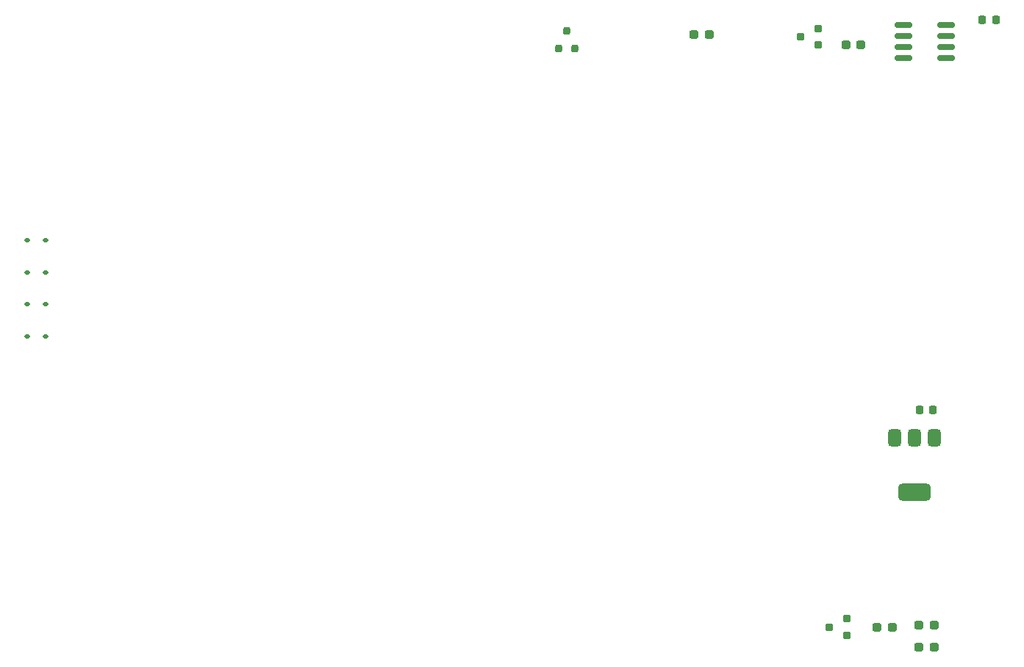
<source format=gbr>
%TF.GenerationSoftware,KiCad,Pcbnew,8.0.6*%
%TF.CreationDate,2024-12-03T18:47:33+00:00*%
%TF.ProjectId,pcb,7063622e-6b69-4636-9164-5f7063625858,rev?*%
%TF.SameCoordinates,Original*%
%TF.FileFunction,Paste,Top*%
%TF.FilePolarity,Positive*%
%FSLAX46Y46*%
G04 Gerber Fmt 4.6, Leading zero omitted, Abs format (unit mm)*
G04 Created by KiCad (PCBNEW 8.0.6) date 2024-12-03 18:47:33*
%MOMM*%
%LPD*%
G01*
G04 APERTURE LIST*
G04 Aperture macros list*
%AMRoundRect*
0 Rectangle with rounded corners*
0 $1 Rounding radius*
0 $2 $3 $4 $5 $6 $7 $8 $9 X,Y pos of 4 corners*
0 Add a 4 corners polygon primitive as box body*
4,1,4,$2,$3,$4,$5,$6,$7,$8,$9,$2,$3,0*
0 Add four circle primitives for the rounded corners*
1,1,$1+$1,$2,$3*
1,1,$1+$1,$4,$5*
1,1,$1+$1,$6,$7*
1,1,$1+$1,$8,$9*
0 Add four rect primitives between the rounded corners*
20,1,$1+$1,$2,$3,$4,$5,0*
20,1,$1+$1,$4,$5,$6,$7,0*
20,1,$1+$1,$6,$7,$8,$9,0*
20,1,$1+$1,$8,$9,$2,$3,0*%
G04 Aperture macros list end*
%ADD10RoundRect,0.112500X0.187500X0.112500X-0.187500X0.112500X-0.187500X-0.112500X0.187500X-0.112500X0*%
%ADD11RoundRect,0.237500X0.287500X0.237500X-0.287500X0.237500X-0.287500X-0.237500X0.287500X-0.237500X0*%
%ADD12RoundRect,0.237500X-0.287500X-0.237500X0.287500X-0.237500X0.287500X0.237500X-0.287500X0.237500X0*%
%ADD13RoundRect,0.150000X-0.825000X-0.150000X0.825000X-0.150000X0.825000X0.150000X-0.825000X0.150000X0*%
%ADD14RoundRect,0.375000X-0.375000X0.625000X-0.375000X-0.625000X0.375000X-0.625000X0.375000X0.625000X0*%
%ADD15RoundRect,0.500000X-1.400000X0.500000X-1.400000X-0.500000X1.400000X-0.500000X1.400000X0.500000X0*%
%ADD16RoundRect,0.225000X-0.225000X-0.250000X0.225000X-0.250000X0.225000X0.250000X-0.225000X0.250000X0*%
%ADD17RoundRect,0.200000X0.200000X-0.250000X0.200000X0.250000X-0.200000X0.250000X-0.200000X-0.250000X0*%
%ADD18RoundRect,0.200000X0.250000X0.200000X-0.250000X0.200000X-0.250000X-0.200000X0.250000X-0.200000X0*%
G04 APERTURE END LIST*
D10*
%TO.C,D4*%
X34600000Y-96900000D03*
X32500000Y-96900000D03*
%TD*%
%TO.C,D6*%
X34600000Y-89500000D03*
X32500000Y-89500000D03*
%TD*%
D11*
%TO.C,R18*%
X111100000Y-65800000D03*
X109350000Y-65800000D03*
%TD*%
D12*
%TO.C,R21*%
X135250000Y-133883000D03*
X137000000Y-133883000D03*
%TD*%
D13*
%TO.C,U6*%
X133425000Y-64695000D03*
X133425000Y-65965000D03*
X133425000Y-67235000D03*
X133425000Y-68505000D03*
X138375000Y-68505000D03*
X138375000Y-67235000D03*
X138375000Y-65965000D03*
X138375000Y-64695000D03*
%TD*%
D11*
%TO.C,R20*%
X132175000Y-134100000D03*
X130425000Y-134100000D03*
%TD*%
D14*
%TO.C,U7*%
X137000000Y-112250000D03*
X134700000Y-112250000D03*
D15*
X134700000Y-118550000D03*
D14*
X132400000Y-112250000D03*
%TD*%
D16*
%TO.C,C3*%
X142525000Y-64100000D03*
X144075000Y-64100000D03*
%TD*%
D10*
%TO.C,D5*%
X34600000Y-93200000D03*
X32500000Y-93200000D03*
%TD*%
D12*
%TO.C,R22*%
X135250000Y-136400000D03*
X137000000Y-136400000D03*
%TD*%
D17*
%TO.C,Q1*%
X93700000Y-67400000D03*
X95600000Y-67400000D03*
X94650000Y-65400000D03*
%TD*%
D18*
%TO.C,Q3*%
X126900000Y-135050000D03*
X126900000Y-133150000D03*
X124900000Y-134100000D03*
%TD*%
%TO.C,Q2*%
X123600000Y-67000000D03*
X123600000Y-65100000D03*
X121600000Y-66050000D03*
%TD*%
D10*
%TO.C,D3*%
X34600000Y-100600000D03*
X32500000Y-100600000D03*
%TD*%
D16*
%TO.C,C20*%
X135325000Y-109100000D03*
X136875000Y-109100000D03*
%TD*%
D11*
%TO.C,R19*%
X128575000Y-67000000D03*
X126825000Y-67000000D03*
%TD*%
M02*

</source>
